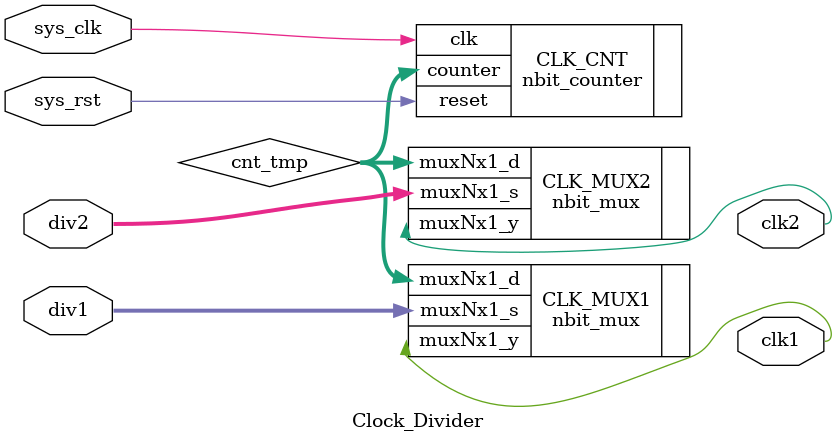
<source format=v>
`timescale 1ns / 1ps

module Clock_Divider(
    input sys_clk,
    input sys_rst,
    input [4:0] div1, div2,
    output clk1, clk2

    );
    
    wire [31:0] cnt_tmp;
  
          nbit_counter #(.DATA_SIZE(32)) CLK_CNT(
              .clk(sys_clk),
              .reset(sys_rst),
              .counter(cnt_tmp)
          );
          
          nbit_mux #(.DATA_SIZE(5)) CLK_MUX1(
              .muxNx1_d(cnt_tmp),
              .muxNx1_s(div1),
              .muxNx1_y(clk1)
          );
          
          nbit_mux #(.DATA_SIZE(5))CLK_MUX2(
              .muxNx1_d(cnt_tmp),
              .muxNx1_s(div2),
              .muxNx1_y(clk2)
          );  
    
endmodule

</source>
